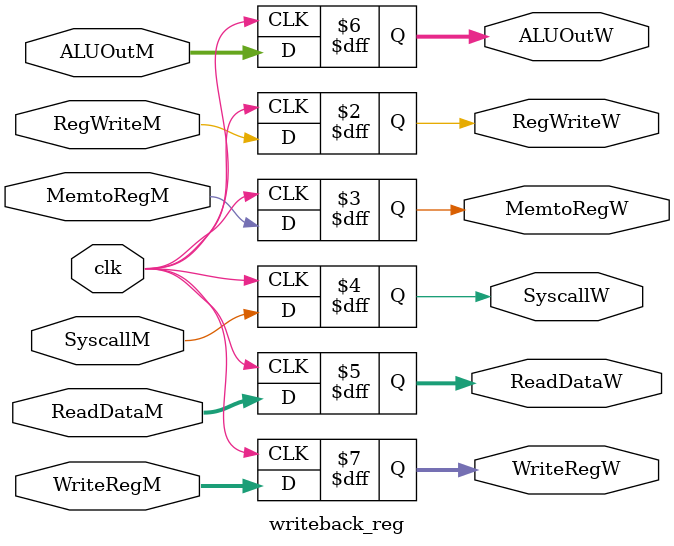
<source format=v>
/* Writeback Reg Module
This module handles the register memory between the memory and writeback phase
Passes through all relevant control signals and data signals.
*/

module writeback_reg(
	input clk,
	//Controller logic inputs
	input RegWriteM, input MemtoRegM, input SyscallM,

	//Data inputs
	input wire [31:0] ReadDataM, input wire [31:0] ALUOutM, input wire [4:0] WriteRegM,

	//Controller logic Outputs
	output reg RegWriteW, output reg MemtoRegW, output reg SyscallW,

	//Data outputs
	output reg [31:0] ReadDataW, output reg [31:0] ALUOutW, output reg [4:0] WriteRegW
);

always @(posedge clk) begin
	RegWriteW <= RegWriteM;
	MemtoRegW <= MemtoRegM;
	SyscallW <= SyscallM;

	ReadDataW <= ReadDataM;
	ALUOutW <= ALUOutM;
	WriteRegW <= WriteRegM;
end

endmodule

</source>
